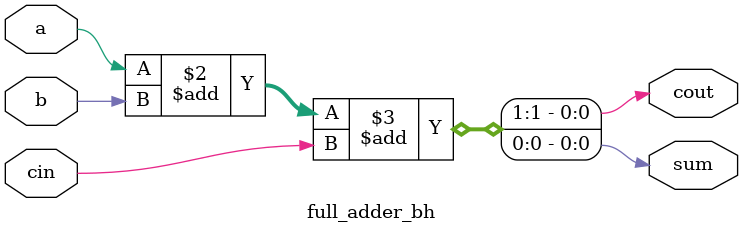
<source format=v>
`timescale 1ns / 1ps

module full_adder_bh(
    input wire a,
    input wire b,
    input wire cin,
    output reg sum,
    output reg cout
    );
    
    always@(*)
    begin
    {cout,sum} = a+b+cin;
    end
    
endmodule

</source>
